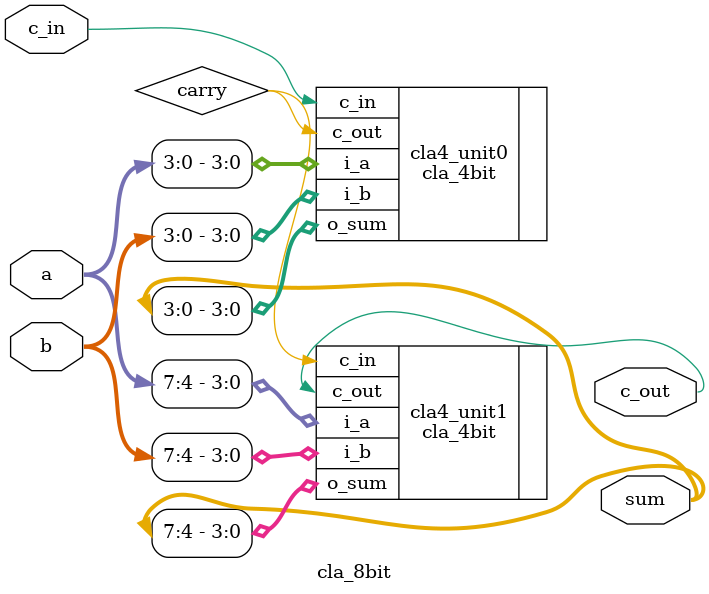
<source format=v>
module cla_8bit (
    input wire [7:0] a, b, // 8-bit inputs
    input wire c_in,
    output wire [7:0] sum,
    output wire c_out
);
    
     wire carry; // carry signals between cla_4bit units
    
    cla_4bit cla4_unit0 (
        .i_a(a[3:0]), .i_b(b[3:0]), // 4-bit inputs
        .c_in(c_in),
        .o_sum(sum[3:0]),
        .c_out(carry)
    );
    
    cla_4bit cla4_unit1 (
        .i_a(a[7:4]), .i_b(b[7:4]), // 4-bit inputs
        .c_in(carry),
        .o_sum(sum[7:4]),
        .c_out(c_out)
    );
    
endmodule

</source>
